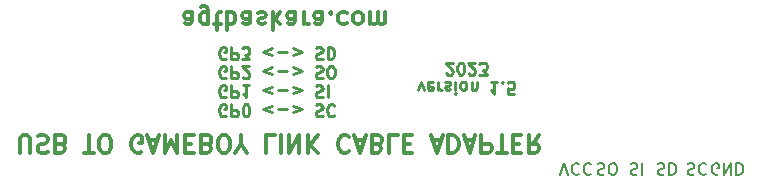
<source format=gbo>
G04 #@! TF.GenerationSoftware,KiCad,Pcbnew,7.0.5*
G04 #@! TF.CreationDate,2023-06-08T21:36:19+09:00*
G04 #@! TF.ProjectId,game-boy-pico-link-board,67616d65-2d62-46f7-992d-7069636f2d6c,rev?*
G04 #@! TF.SameCoordinates,Original*
G04 #@! TF.FileFunction,Legend,Bot*
G04 #@! TF.FilePolarity,Positive*
%FSLAX46Y46*%
G04 Gerber Fmt 4.6, Leading zero omitted, Abs format (unit mm)*
G04 Created by KiCad (PCBNEW 7.0.5) date 2023-06-08 21:36:19*
%MOMM*%
%LPD*%
G01*
G04 APERTURE LIST*
%ADD10C,0.300000*%
%ADD11C,0.150000*%
%ADD12C,0.250000*%
%ADD13R,1.700000X1.700000*%
%ADD14C,1.700000*%
%ADD15O,1.700000X1.700000*%
%ADD16O,1.800000X1.800000*%
%ADD17O,1.500000X1.500000*%
%ADD18R,8.000000X2.000000*%
%ADD19R,5.000000X1.000000*%
G04 APERTURE END LIST*
D10*
X79904510Y-101767171D02*
X79904510Y-100552885D01*
X79904510Y-100552885D02*
X79975939Y-100410028D01*
X79975939Y-100410028D02*
X80047368Y-100338600D01*
X80047368Y-100338600D02*
X80190225Y-100267171D01*
X80190225Y-100267171D02*
X80475939Y-100267171D01*
X80475939Y-100267171D02*
X80618796Y-100338600D01*
X80618796Y-100338600D02*
X80690225Y-100410028D01*
X80690225Y-100410028D02*
X80761653Y-100552885D01*
X80761653Y-100552885D02*
X80761653Y-101767171D01*
X81404511Y-100338600D02*
X81618797Y-100267171D01*
X81618797Y-100267171D02*
X81975939Y-100267171D01*
X81975939Y-100267171D02*
X82118797Y-100338600D01*
X82118797Y-100338600D02*
X82190225Y-100410028D01*
X82190225Y-100410028D02*
X82261654Y-100552885D01*
X82261654Y-100552885D02*
X82261654Y-100695742D01*
X82261654Y-100695742D02*
X82190225Y-100838600D01*
X82190225Y-100838600D02*
X82118797Y-100910028D01*
X82118797Y-100910028D02*
X81975939Y-100981457D01*
X81975939Y-100981457D02*
X81690225Y-101052885D01*
X81690225Y-101052885D02*
X81547368Y-101124314D01*
X81547368Y-101124314D02*
X81475939Y-101195742D01*
X81475939Y-101195742D02*
X81404511Y-101338600D01*
X81404511Y-101338600D02*
X81404511Y-101481457D01*
X81404511Y-101481457D02*
X81475939Y-101624314D01*
X81475939Y-101624314D02*
X81547368Y-101695742D01*
X81547368Y-101695742D02*
X81690225Y-101767171D01*
X81690225Y-101767171D02*
X82047368Y-101767171D01*
X82047368Y-101767171D02*
X82261654Y-101695742D01*
X83404510Y-101052885D02*
X83618796Y-100981457D01*
X83618796Y-100981457D02*
X83690225Y-100910028D01*
X83690225Y-100910028D02*
X83761653Y-100767171D01*
X83761653Y-100767171D02*
X83761653Y-100552885D01*
X83761653Y-100552885D02*
X83690225Y-100410028D01*
X83690225Y-100410028D02*
X83618796Y-100338600D01*
X83618796Y-100338600D02*
X83475939Y-100267171D01*
X83475939Y-100267171D02*
X82904510Y-100267171D01*
X82904510Y-100267171D02*
X82904510Y-101767171D01*
X82904510Y-101767171D02*
X83404510Y-101767171D01*
X83404510Y-101767171D02*
X83547368Y-101695742D01*
X83547368Y-101695742D02*
X83618796Y-101624314D01*
X83618796Y-101624314D02*
X83690225Y-101481457D01*
X83690225Y-101481457D02*
X83690225Y-101338600D01*
X83690225Y-101338600D02*
X83618796Y-101195742D01*
X83618796Y-101195742D02*
X83547368Y-101124314D01*
X83547368Y-101124314D02*
X83404510Y-101052885D01*
X83404510Y-101052885D02*
X82904510Y-101052885D01*
X85333082Y-101767171D02*
X86190225Y-101767171D01*
X85761653Y-100267171D02*
X85761653Y-101767171D01*
X86975939Y-101767171D02*
X87261653Y-101767171D01*
X87261653Y-101767171D02*
X87404510Y-101695742D01*
X87404510Y-101695742D02*
X87547367Y-101552885D01*
X87547367Y-101552885D02*
X87618796Y-101267171D01*
X87618796Y-101267171D02*
X87618796Y-100767171D01*
X87618796Y-100767171D02*
X87547367Y-100481457D01*
X87547367Y-100481457D02*
X87404510Y-100338600D01*
X87404510Y-100338600D02*
X87261653Y-100267171D01*
X87261653Y-100267171D02*
X86975939Y-100267171D01*
X86975939Y-100267171D02*
X86833082Y-100338600D01*
X86833082Y-100338600D02*
X86690224Y-100481457D01*
X86690224Y-100481457D02*
X86618796Y-100767171D01*
X86618796Y-100767171D02*
X86618796Y-101267171D01*
X86618796Y-101267171D02*
X86690224Y-101552885D01*
X86690224Y-101552885D02*
X86833082Y-101695742D01*
X86833082Y-101695742D02*
X86975939Y-101767171D01*
X90190225Y-101695742D02*
X90047368Y-101767171D01*
X90047368Y-101767171D02*
X89833082Y-101767171D01*
X89833082Y-101767171D02*
X89618796Y-101695742D01*
X89618796Y-101695742D02*
X89475939Y-101552885D01*
X89475939Y-101552885D02*
X89404510Y-101410028D01*
X89404510Y-101410028D02*
X89333082Y-101124314D01*
X89333082Y-101124314D02*
X89333082Y-100910028D01*
X89333082Y-100910028D02*
X89404510Y-100624314D01*
X89404510Y-100624314D02*
X89475939Y-100481457D01*
X89475939Y-100481457D02*
X89618796Y-100338600D01*
X89618796Y-100338600D02*
X89833082Y-100267171D01*
X89833082Y-100267171D02*
X89975939Y-100267171D01*
X89975939Y-100267171D02*
X90190225Y-100338600D01*
X90190225Y-100338600D02*
X90261653Y-100410028D01*
X90261653Y-100410028D02*
X90261653Y-100910028D01*
X90261653Y-100910028D02*
X89975939Y-100910028D01*
X90833082Y-100695742D02*
X91547368Y-100695742D01*
X90690225Y-100267171D02*
X91190225Y-101767171D01*
X91190225Y-101767171D02*
X91690225Y-100267171D01*
X92190224Y-100267171D02*
X92190224Y-101767171D01*
X92190224Y-101767171D02*
X92690224Y-100695742D01*
X92690224Y-100695742D02*
X93190224Y-101767171D01*
X93190224Y-101767171D02*
X93190224Y-100267171D01*
X93904510Y-101052885D02*
X94404510Y-101052885D01*
X94618796Y-100267171D02*
X93904510Y-100267171D01*
X93904510Y-100267171D02*
X93904510Y-101767171D01*
X93904510Y-101767171D02*
X94618796Y-101767171D01*
X95761653Y-101052885D02*
X95975939Y-100981457D01*
X95975939Y-100981457D02*
X96047368Y-100910028D01*
X96047368Y-100910028D02*
X96118796Y-100767171D01*
X96118796Y-100767171D02*
X96118796Y-100552885D01*
X96118796Y-100552885D02*
X96047368Y-100410028D01*
X96047368Y-100410028D02*
X95975939Y-100338600D01*
X95975939Y-100338600D02*
X95833082Y-100267171D01*
X95833082Y-100267171D02*
X95261653Y-100267171D01*
X95261653Y-100267171D02*
X95261653Y-101767171D01*
X95261653Y-101767171D02*
X95761653Y-101767171D01*
X95761653Y-101767171D02*
X95904511Y-101695742D01*
X95904511Y-101695742D02*
X95975939Y-101624314D01*
X95975939Y-101624314D02*
X96047368Y-101481457D01*
X96047368Y-101481457D02*
X96047368Y-101338600D01*
X96047368Y-101338600D02*
X95975939Y-101195742D01*
X95975939Y-101195742D02*
X95904511Y-101124314D01*
X95904511Y-101124314D02*
X95761653Y-101052885D01*
X95761653Y-101052885D02*
X95261653Y-101052885D01*
X97047368Y-101767171D02*
X97333082Y-101767171D01*
X97333082Y-101767171D02*
X97475939Y-101695742D01*
X97475939Y-101695742D02*
X97618796Y-101552885D01*
X97618796Y-101552885D02*
X97690225Y-101267171D01*
X97690225Y-101267171D02*
X97690225Y-100767171D01*
X97690225Y-100767171D02*
X97618796Y-100481457D01*
X97618796Y-100481457D02*
X97475939Y-100338600D01*
X97475939Y-100338600D02*
X97333082Y-100267171D01*
X97333082Y-100267171D02*
X97047368Y-100267171D01*
X97047368Y-100267171D02*
X96904511Y-100338600D01*
X96904511Y-100338600D02*
X96761653Y-100481457D01*
X96761653Y-100481457D02*
X96690225Y-100767171D01*
X96690225Y-100767171D02*
X96690225Y-101267171D01*
X96690225Y-101267171D02*
X96761653Y-101552885D01*
X96761653Y-101552885D02*
X96904511Y-101695742D01*
X96904511Y-101695742D02*
X97047368Y-101767171D01*
X98618797Y-100981457D02*
X98618797Y-100267171D01*
X98118797Y-101767171D02*
X98618797Y-100981457D01*
X98618797Y-100981457D02*
X99118797Y-101767171D01*
X101475939Y-100267171D02*
X100761653Y-100267171D01*
X100761653Y-100267171D02*
X100761653Y-101767171D01*
X101975939Y-100267171D02*
X101975939Y-101767171D01*
X102690225Y-100267171D02*
X102690225Y-101767171D01*
X102690225Y-101767171D02*
X103547368Y-100267171D01*
X103547368Y-100267171D02*
X103547368Y-101767171D01*
X104261654Y-100267171D02*
X104261654Y-101767171D01*
X105118797Y-100267171D02*
X104475940Y-101124314D01*
X105118797Y-101767171D02*
X104261654Y-100910028D01*
X107761654Y-100410028D02*
X107690226Y-100338600D01*
X107690226Y-100338600D02*
X107475940Y-100267171D01*
X107475940Y-100267171D02*
X107333083Y-100267171D01*
X107333083Y-100267171D02*
X107118797Y-100338600D01*
X107118797Y-100338600D02*
X106975940Y-100481457D01*
X106975940Y-100481457D02*
X106904511Y-100624314D01*
X106904511Y-100624314D02*
X106833083Y-100910028D01*
X106833083Y-100910028D02*
X106833083Y-101124314D01*
X106833083Y-101124314D02*
X106904511Y-101410028D01*
X106904511Y-101410028D02*
X106975940Y-101552885D01*
X106975940Y-101552885D02*
X107118797Y-101695742D01*
X107118797Y-101695742D02*
X107333083Y-101767171D01*
X107333083Y-101767171D02*
X107475940Y-101767171D01*
X107475940Y-101767171D02*
X107690226Y-101695742D01*
X107690226Y-101695742D02*
X107761654Y-101624314D01*
X108333083Y-100695742D02*
X109047369Y-100695742D01*
X108190226Y-100267171D02*
X108690226Y-101767171D01*
X108690226Y-101767171D02*
X109190226Y-100267171D01*
X110190225Y-101052885D02*
X110404511Y-100981457D01*
X110404511Y-100981457D02*
X110475940Y-100910028D01*
X110475940Y-100910028D02*
X110547368Y-100767171D01*
X110547368Y-100767171D02*
X110547368Y-100552885D01*
X110547368Y-100552885D02*
X110475940Y-100410028D01*
X110475940Y-100410028D02*
X110404511Y-100338600D01*
X110404511Y-100338600D02*
X110261654Y-100267171D01*
X110261654Y-100267171D02*
X109690225Y-100267171D01*
X109690225Y-100267171D02*
X109690225Y-101767171D01*
X109690225Y-101767171D02*
X110190225Y-101767171D01*
X110190225Y-101767171D02*
X110333083Y-101695742D01*
X110333083Y-101695742D02*
X110404511Y-101624314D01*
X110404511Y-101624314D02*
X110475940Y-101481457D01*
X110475940Y-101481457D02*
X110475940Y-101338600D01*
X110475940Y-101338600D02*
X110404511Y-101195742D01*
X110404511Y-101195742D02*
X110333083Y-101124314D01*
X110333083Y-101124314D02*
X110190225Y-101052885D01*
X110190225Y-101052885D02*
X109690225Y-101052885D01*
X111904511Y-100267171D02*
X111190225Y-100267171D01*
X111190225Y-100267171D02*
X111190225Y-101767171D01*
X112404511Y-101052885D02*
X112904511Y-101052885D01*
X113118797Y-100267171D02*
X112404511Y-100267171D01*
X112404511Y-100267171D02*
X112404511Y-101767171D01*
X112404511Y-101767171D02*
X113118797Y-101767171D01*
X114833083Y-100695742D02*
X115547369Y-100695742D01*
X114690226Y-100267171D02*
X115190226Y-101767171D01*
X115190226Y-101767171D02*
X115690226Y-100267171D01*
X116190225Y-100267171D02*
X116190225Y-101767171D01*
X116190225Y-101767171D02*
X116547368Y-101767171D01*
X116547368Y-101767171D02*
X116761654Y-101695742D01*
X116761654Y-101695742D02*
X116904511Y-101552885D01*
X116904511Y-101552885D02*
X116975940Y-101410028D01*
X116975940Y-101410028D02*
X117047368Y-101124314D01*
X117047368Y-101124314D02*
X117047368Y-100910028D01*
X117047368Y-100910028D02*
X116975940Y-100624314D01*
X116975940Y-100624314D02*
X116904511Y-100481457D01*
X116904511Y-100481457D02*
X116761654Y-100338600D01*
X116761654Y-100338600D02*
X116547368Y-100267171D01*
X116547368Y-100267171D02*
X116190225Y-100267171D01*
X117618797Y-100695742D02*
X118333083Y-100695742D01*
X117475940Y-100267171D02*
X117975940Y-101767171D01*
X117975940Y-101767171D02*
X118475940Y-100267171D01*
X118975939Y-100267171D02*
X118975939Y-101767171D01*
X118975939Y-101767171D02*
X119547368Y-101767171D01*
X119547368Y-101767171D02*
X119690225Y-101695742D01*
X119690225Y-101695742D02*
X119761654Y-101624314D01*
X119761654Y-101624314D02*
X119833082Y-101481457D01*
X119833082Y-101481457D02*
X119833082Y-101267171D01*
X119833082Y-101267171D02*
X119761654Y-101124314D01*
X119761654Y-101124314D02*
X119690225Y-101052885D01*
X119690225Y-101052885D02*
X119547368Y-100981457D01*
X119547368Y-100981457D02*
X118975939Y-100981457D01*
X120261654Y-101767171D02*
X121118797Y-101767171D01*
X120690225Y-100267171D02*
X120690225Y-101767171D01*
X121618796Y-101052885D02*
X122118796Y-101052885D01*
X122333082Y-100267171D02*
X121618796Y-100267171D01*
X121618796Y-100267171D02*
X121618796Y-101767171D01*
X121618796Y-101767171D02*
X122333082Y-101767171D01*
X123833082Y-100267171D02*
X123333082Y-100981457D01*
X122975939Y-100267171D02*
X122975939Y-101767171D01*
X122975939Y-101767171D02*
X123547368Y-101767171D01*
X123547368Y-101767171D02*
X123690225Y-101695742D01*
X123690225Y-101695742D02*
X123761654Y-101624314D01*
X123761654Y-101624314D02*
X123833082Y-101481457D01*
X123833082Y-101481457D02*
X123833082Y-101267171D01*
X123833082Y-101267171D02*
X123761654Y-101124314D01*
X123761654Y-101124314D02*
X123690225Y-101052885D01*
X123690225Y-101052885D02*
X123547368Y-100981457D01*
X123547368Y-100981457D02*
X122975939Y-100981457D01*
D11*
X125669922Y-103630180D02*
X126003255Y-102630180D01*
X126003255Y-102630180D02*
X126336588Y-103630180D01*
X127241350Y-102725419D02*
X127193731Y-102677800D01*
X127193731Y-102677800D02*
X127050874Y-102630180D01*
X127050874Y-102630180D02*
X126955636Y-102630180D01*
X126955636Y-102630180D02*
X126812779Y-102677800D01*
X126812779Y-102677800D02*
X126717541Y-102773038D01*
X126717541Y-102773038D02*
X126669922Y-102868276D01*
X126669922Y-102868276D02*
X126622303Y-103058752D01*
X126622303Y-103058752D02*
X126622303Y-103201609D01*
X126622303Y-103201609D02*
X126669922Y-103392085D01*
X126669922Y-103392085D02*
X126717541Y-103487323D01*
X126717541Y-103487323D02*
X126812779Y-103582561D01*
X126812779Y-103582561D02*
X126955636Y-103630180D01*
X126955636Y-103630180D02*
X127050874Y-103630180D01*
X127050874Y-103630180D02*
X127193731Y-103582561D01*
X127193731Y-103582561D02*
X127241350Y-103534942D01*
X128241350Y-102725419D02*
X128193731Y-102677800D01*
X128193731Y-102677800D02*
X128050874Y-102630180D01*
X128050874Y-102630180D02*
X127955636Y-102630180D01*
X127955636Y-102630180D02*
X127812779Y-102677800D01*
X127812779Y-102677800D02*
X127717541Y-102773038D01*
X127717541Y-102773038D02*
X127669922Y-102868276D01*
X127669922Y-102868276D02*
X127622303Y-103058752D01*
X127622303Y-103058752D02*
X127622303Y-103201609D01*
X127622303Y-103201609D02*
X127669922Y-103392085D01*
X127669922Y-103392085D02*
X127717541Y-103487323D01*
X127717541Y-103487323D02*
X127812779Y-103582561D01*
X127812779Y-103582561D02*
X127955636Y-103630180D01*
X127955636Y-103630180D02*
X128050874Y-103630180D01*
X128050874Y-103630180D02*
X128193731Y-103582561D01*
X128193731Y-103582561D02*
X128241350Y-103534942D01*
X131607160Y-102677800D02*
X131750017Y-102630180D01*
X131750017Y-102630180D02*
X131988112Y-102630180D01*
X131988112Y-102630180D02*
X132083350Y-102677800D01*
X132083350Y-102677800D02*
X132130969Y-102725419D01*
X132130969Y-102725419D02*
X132178588Y-102820657D01*
X132178588Y-102820657D02*
X132178588Y-102915895D01*
X132178588Y-102915895D02*
X132130969Y-103011133D01*
X132130969Y-103011133D02*
X132083350Y-103058752D01*
X132083350Y-103058752D02*
X131988112Y-103106371D01*
X131988112Y-103106371D02*
X131797636Y-103153990D01*
X131797636Y-103153990D02*
X131702398Y-103201609D01*
X131702398Y-103201609D02*
X131654779Y-103249228D01*
X131654779Y-103249228D02*
X131607160Y-103344466D01*
X131607160Y-103344466D02*
X131607160Y-103439704D01*
X131607160Y-103439704D02*
X131654779Y-103534942D01*
X131654779Y-103534942D02*
X131702398Y-103582561D01*
X131702398Y-103582561D02*
X131797636Y-103630180D01*
X131797636Y-103630180D02*
X132035731Y-103630180D01*
X132035731Y-103630180D02*
X132178588Y-103582561D01*
X132607160Y-102630180D02*
X132607160Y-103630180D01*
D12*
X113614762Y-96422047D02*
X113852857Y-95755380D01*
X113852857Y-95755380D02*
X114090952Y-96422047D01*
X114852857Y-95803000D02*
X114757619Y-95755380D01*
X114757619Y-95755380D02*
X114567143Y-95755380D01*
X114567143Y-95755380D02*
X114471905Y-95803000D01*
X114471905Y-95803000D02*
X114424286Y-95898238D01*
X114424286Y-95898238D02*
X114424286Y-96279190D01*
X114424286Y-96279190D02*
X114471905Y-96374428D01*
X114471905Y-96374428D02*
X114567143Y-96422047D01*
X114567143Y-96422047D02*
X114757619Y-96422047D01*
X114757619Y-96422047D02*
X114852857Y-96374428D01*
X114852857Y-96374428D02*
X114900476Y-96279190D01*
X114900476Y-96279190D02*
X114900476Y-96183952D01*
X114900476Y-96183952D02*
X114424286Y-96088714D01*
X115329048Y-95755380D02*
X115329048Y-96422047D01*
X115329048Y-96231571D02*
X115376667Y-96326809D01*
X115376667Y-96326809D02*
X115424286Y-96374428D01*
X115424286Y-96374428D02*
X115519524Y-96422047D01*
X115519524Y-96422047D02*
X115614762Y-96422047D01*
X115900477Y-95803000D02*
X115995715Y-95755380D01*
X115995715Y-95755380D02*
X116186191Y-95755380D01*
X116186191Y-95755380D02*
X116281429Y-95803000D01*
X116281429Y-95803000D02*
X116329048Y-95898238D01*
X116329048Y-95898238D02*
X116329048Y-95945857D01*
X116329048Y-95945857D02*
X116281429Y-96041095D01*
X116281429Y-96041095D02*
X116186191Y-96088714D01*
X116186191Y-96088714D02*
X116043334Y-96088714D01*
X116043334Y-96088714D02*
X115948096Y-96136333D01*
X115948096Y-96136333D02*
X115900477Y-96231571D01*
X115900477Y-96231571D02*
X115900477Y-96279190D01*
X115900477Y-96279190D02*
X115948096Y-96374428D01*
X115948096Y-96374428D02*
X116043334Y-96422047D01*
X116043334Y-96422047D02*
X116186191Y-96422047D01*
X116186191Y-96422047D02*
X116281429Y-96374428D01*
X116757620Y-95755380D02*
X116757620Y-96422047D01*
X116757620Y-96755380D02*
X116710001Y-96707761D01*
X116710001Y-96707761D02*
X116757620Y-96660142D01*
X116757620Y-96660142D02*
X116805239Y-96707761D01*
X116805239Y-96707761D02*
X116757620Y-96755380D01*
X116757620Y-96755380D02*
X116757620Y-96660142D01*
X117376667Y-95755380D02*
X117281429Y-95803000D01*
X117281429Y-95803000D02*
X117233810Y-95850619D01*
X117233810Y-95850619D02*
X117186191Y-95945857D01*
X117186191Y-95945857D02*
X117186191Y-96231571D01*
X117186191Y-96231571D02*
X117233810Y-96326809D01*
X117233810Y-96326809D02*
X117281429Y-96374428D01*
X117281429Y-96374428D02*
X117376667Y-96422047D01*
X117376667Y-96422047D02*
X117519524Y-96422047D01*
X117519524Y-96422047D02*
X117614762Y-96374428D01*
X117614762Y-96374428D02*
X117662381Y-96326809D01*
X117662381Y-96326809D02*
X117710000Y-96231571D01*
X117710000Y-96231571D02*
X117710000Y-95945857D01*
X117710000Y-95945857D02*
X117662381Y-95850619D01*
X117662381Y-95850619D02*
X117614762Y-95803000D01*
X117614762Y-95803000D02*
X117519524Y-95755380D01*
X117519524Y-95755380D02*
X117376667Y-95755380D01*
X118138572Y-96422047D02*
X118138572Y-95755380D01*
X118138572Y-96326809D02*
X118186191Y-96374428D01*
X118186191Y-96374428D02*
X118281429Y-96422047D01*
X118281429Y-96422047D02*
X118424286Y-96422047D01*
X118424286Y-96422047D02*
X118519524Y-96374428D01*
X118519524Y-96374428D02*
X118567143Y-96279190D01*
X118567143Y-96279190D02*
X118567143Y-95755380D01*
X120329048Y-95755380D02*
X119757620Y-95755380D01*
X120043334Y-95755380D02*
X120043334Y-96755380D01*
X120043334Y-96755380D02*
X119948096Y-96612523D01*
X119948096Y-96612523D02*
X119852858Y-96517285D01*
X119852858Y-96517285D02*
X119757620Y-96469666D01*
X120757620Y-95850619D02*
X120805239Y-95803000D01*
X120805239Y-95803000D02*
X120757620Y-95755380D01*
X120757620Y-95755380D02*
X120710001Y-95803000D01*
X120710001Y-95803000D02*
X120757620Y-95850619D01*
X120757620Y-95850619D02*
X120757620Y-95755380D01*
X121710000Y-96755380D02*
X121233810Y-96755380D01*
X121233810Y-96755380D02*
X121186191Y-96279190D01*
X121186191Y-96279190D02*
X121233810Y-96326809D01*
X121233810Y-96326809D02*
X121329048Y-96374428D01*
X121329048Y-96374428D02*
X121567143Y-96374428D01*
X121567143Y-96374428D02*
X121662381Y-96326809D01*
X121662381Y-96326809D02*
X121710000Y-96279190D01*
X121710000Y-96279190D02*
X121757619Y-96183952D01*
X121757619Y-96183952D02*
X121757619Y-95945857D01*
X121757619Y-95945857D02*
X121710000Y-95850619D01*
X121710000Y-95850619D02*
X121662381Y-95803000D01*
X121662381Y-95803000D02*
X121567143Y-95755380D01*
X121567143Y-95755380D02*
X121329048Y-95755380D01*
X121329048Y-95755380D02*
X121233810Y-95803000D01*
X121233810Y-95803000D02*
X121186191Y-95850619D01*
X115995714Y-95050142D02*
X116043333Y-95097761D01*
X116043333Y-95097761D02*
X116138571Y-95145380D01*
X116138571Y-95145380D02*
X116376666Y-95145380D01*
X116376666Y-95145380D02*
X116471904Y-95097761D01*
X116471904Y-95097761D02*
X116519523Y-95050142D01*
X116519523Y-95050142D02*
X116567142Y-94954904D01*
X116567142Y-94954904D02*
X116567142Y-94859666D01*
X116567142Y-94859666D02*
X116519523Y-94716809D01*
X116519523Y-94716809D02*
X115948095Y-94145380D01*
X115948095Y-94145380D02*
X116567142Y-94145380D01*
X117186190Y-95145380D02*
X117281428Y-95145380D01*
X117281428Y-95145380D02*
X117376666Y-95097761D01*
X117376666Y-95097761D02*
X117424285Y-95050142D01*
X117424285Y-95050142D02*
X117471904Y-94954904D01*
X117471904Y-94954904D02*
X117519523Y-94764428D01*
X117519523Y-94764428D02*
X117519523Y-94526333D01*
X117519523Y-94526333D02*
X117471904Y-94335857D01*
X117471904Y-94335857D02*
X117424285Y-94240619D01*
X117424285Y-94240619D02*
X117376666Y-94193000D01*
X117376666Y-94193000D02*
X117281428Y-94145380D01*
X117281428Y-94145380D02*
X117186190Y-94145380D01*
X117186190Y-94145380D02*
X117090952Y-94193000D01*
X117090952Y-94193000D02*
X117043333Y-94240619D01*
X117043333Y-94240619D02*
X116995714Y-94335857D01*
X116995714Y-94335857D02*
X116948095Y-94526333D01*
X116948095Y-94526333D02*
X116948095Y-94764428D01*
X116948095Y-94764428D02*
X116995714Y-94954904D01*
X116995714Y-94954904D02*
X117043333Y-95050142D01*
X117043333Y-95050142D02*
X117090952Y-95097761D01*
X117090952Y-95097761D02*
X117186190Y-95145380D01*
X117900476Y-95050142D02*
X117948095Y-95097761D01*
X117948095Y-95097761D02*
X118043333Y-95145380D01*
X118043333Y-95145380D02*
X118281428Y-95145380D01*
X118281428Y-95145380D02*
X118376666Y-95097761D01*
X118376666Y-95097761D02*
X118424285Y-95050142D01*
X118424285Y-95050142D02*
X118471904Y-94954904D01*
X118471904Y-94954904D02*
X118471904Y-94859666D01*
X118471904Y-94859666D02*
X118424285Y-94716809D01*
X118424285Y-94716809D02*
X117852857Y-94145380D01*
X117852857Y-94145380D02*
X118471904Y-94145380D01*
X118805238Y-95145380D02*
X119424285Y-95145380D01*
X119424285Y-95145380D02*
X119090952Y-94764428D01*
X119090952Y-94764428D02*
X119233809Y-94764428D01*
X119233809Y-94764428D02*
X119329047Y-94716809D01*
X119329047Y-94716809D02*
X119376666Y-94669190D01*
X119376666Y-94669190D02*
X119424285Y-94573952D01*
X119424285Y-94573952D02*
X119424285Y-94335857D01*
X119424285Y-94335857D02*
X119376666Y-94240619D01*
X119376666Y-94240619D02*
X119329047Y-94193000D01*
X119329047Y-94193000D02*
X119233809Y-94145380D01*
X119233809Y-94145380D02*
X118948095Y-94145380D01*
X118948095Y-94145380D02*
X118852857Y-94193000D01*
X118852857Y-94193000D02*
X118805238Y-94240619D01*
D11*
X128813160Y-102677800D02*
X128956017Y-102630180D01*
X128956017Y-102630180D02*
X129194112Y-102630180D01*
X129194112Y-102630180D02*
X129289350Y-102677800D01*
X129289350Y-102677800D02*
X129336969Y-102725419D01*
X129336969Y-102725419D02*
X129384588Y-102820657D01*
X129384588Y-102820657D02*
X129384588Y-102915895D01*
X129384588Y-102915895D02*
X129336969Y-103011133D01*
X129336969Y-103011133D02*
X129289350Y-103058752D01*
X129289350Y-103058752D02*
X129194112Y-103106371D01*
X129194112Y-103106371D02*
X129003636Y-103153990D01*
X129003636Y-103153990D02*
X128908398Y-103201609D01*
X128908398Y-103201609D02*
X128860779Y-103249228D01*
X128860779Y-103249228D02*
X128813160Y-103344466D01*
X128813160Y-103344466D02*
X128813160Y-103439704D01*
X128813160Y-103439704D02*
X128860779Y-103534942D01*
X128860779Y-103534942D02*
X128908398Y-103582561D01*
X128908398Y-103582561D02*
X129003636Y-103630180D01*
X129003636Y-103630180D02*
X129241731Y-103630180D01*
X129241731Y-103630180D02*
X129384588Y-103582561D01*
X130003636Y-103630180D02*
X130194112Y-103630180D01*
X130194112Y-103630180D02*
X130289350Y-103582561D01*
X130289350Y-103582561D02*
X130384588Y-103487323D01*
X130384588Y-103487323D02*
X130432207Y-103296847D01*
X130432207Y-103296847D02*
X130432207Y-102963514D01*
X130432207Y-102963514D02*
X130384588Y-102773038D01*
X130384588Y-102773038D02*
X130289350Y-102677800D01*
X130289350Y-102677800D02*
X130194112Y-102630180D01*
X130194112Y-102630180D02*
X130003636Y-102630180D01*
X130003636Y-102630180D02*
X129908398Y-102677800D01*
X129908398Y-102677800D02*
X129813160Y-102773038D01*
X129813160Y-102773038D02*
X129765541Y-102963514D01*
X129765541Y-102963514D02*
X129765541Y-103296847D01*
X129765541Y-103296847D02*
X129813160Y-103487323D01*
X129813160Y-103487323D02*
X129908398Y-103582561D01*
X129908398Y-103582561D02*
X130003636Y-103630180D01*
D12*
X97336377Y-98619761D02*
X97241139Y-98667380D01*
X97241139Y-98667380D02*
X97098282Y-98667380D01*
X97098282Y-98667380D02*
X96955425Y-98619761D01*
X96955425Y-98619761D02*
X96860187Y-98524523D01*
X96860187Y-98524523D02*
X96812568Y-98429285D01*
X96812568Y-98429285D02*
X96764949Y-98238809D01*
X96764949Y-98238809D02*
X96764949Y-98095952D01*
X96764949Y-98095952D02*
X96812568Y-97905476D01*
X96812568Y-97905476D02*
X96860187Y-97810238D01*
X96860187Y-97810238D02*
X96955425Y-97715000D01*
X96955425Y-97715000D02*
X97098282Y-97667380D01*
X97098282Y-97667380D02*
X97193520Y-97667380D01*
X97193520Y-97667380D02*
X97336377Y-97715000D01*
X97336377Y-97715000D02*
X97383996Y-97762619D01*
X97383996Y-97762619D02*
X97383996Y-98095952D01*
X97383996Y-98095952D02*
X97193520Y-98095952D01*
X97812568Y-97667380D02*
X97812568Y-98667380D01*
X97812568Y-98667380D02*
X98193520Y-98667380D01*
X98193520Y-98667380D02*
X98288758Y-98619761D01*
X98288758Y-98619761D02*
X98336377Y-98572142D01*
X98336377Y-98572142D02*
X98383996Y-98476904D01*
X98383996Y-98476904D02*
X98383996Y-98334047D01*
X98383996Y-98334047D02*
X98336377Y-98238809D01*
X98336377Y-98238809D02*
X98288758Y-98191190D01*
X98288758Y-98191190D02*
X98193520Y-98143571D01*
X98193520Y-98143571D02*
X97812568Y-98143571D01*
X99003044Y-98667380D02*
X99098282Y-98667380D01*
X99098282Y-98667380D02*
X99193520Y-98619761D01*
X99193520Y-98619761D02*
X99241139Y-98572142D01*
X99241139Y-98572142D02*
X99288758Y-98476904D01*
X99288758Y-98476904D02*
X99336377Y-98286428D01*
X99336377Y-98286428D02*
X99336377Y-98048333D01*
X99336377Y-98048333D02*
X99288758Y-97857857D01*
X99288758Y-97857857D02*
X99241139Y-97762619D01*
X99241139Y-97762619D02*
X99193520Y-97715000D01*
X99193520Y-97715000D02*
X99098282Y-97667380D01*
X99098282Y-97667380D02*
X99003044Y-97667380D01*
X99003044Y-97667380D02*
X98907806Y-97715000D01*
X98907806Y-97715000D02*
X98860187Y-97762619D01*
X98860187Y-97762619D02*
X98812568Y-97857857D01*
X98812568Y-97857857D02*
X98764949Y-98048333D01*
X98764949Y-98048333D02*
X98764949Y-98286428D01*
X98764949Y-98286428D02*
X98812568Y-98476904D01*
X98812568Y-98476904D02*
X98860187Y-98572142D01*
X98860187Y-98572142D02*
X98907806Y-98619761D01*
X98907806Y-98619761D02*
X99003044Y-98667380D01*
X101288759Y-98334047D02*
X100526854Y-98048333D01*
X100526854Y-98048333D02*
X101288759Y-97762619D01*
X101764949Y-98048333D02*
X102526854Y-98048333D01*
X103003044Y-98334047D02*
X103764949Y-98048333D01*
X103764949Y-98048333D02*
X103003044Y-97762619D01*
X104955425Y-97715000D02*
X105098282Y-97667380D01*
X105098282Y-97667380D02*
X105336377Y-97667380D01*
X105336377Y-97667380D02*
X105431615Y-97715000D01*
X105431615Y-97715000D02*
X105479234Y-97762619D01*
X105479234Y-97762619D02*
X105526853Y-97857857D01*
X105526853Y-97857857D02*
X105526853Y-97953095D01*
X105526853Y-97953095D02*
X105479234Y-98048333D01*
X105479234Y-98048333D02*
X105431615Y-98095952D01*
X105431615Y-98095952D02*
X105336377Y-98143571D01*
X105336377Y-98143571D02*
X105145901Y-98191190D01*
X105145901Y-98191190D02*
X105050663Y-98238809D01*
X105050663Y-98238809D02*
X105003044Y-98286428D01*
X105003044Y-98286428D02*
X104955425Y-98381666D01*
X104955425Y-98381666D02*
X104955425Y-98476904D01*
X104955425Y-98476904D02*
X105003044Y-98572142D01*
X105003044Y-98572142D02*
X105050663Y-98619761D01*
X105050663Y-98619761D02*
X105145901Y-98667380D01*
X105145901Y-98667380D02*
X105383996Y-98667380D01*
X105383996Y-98667380D02*
X105526853Y-98619761D01*
X106526853Y-97762619D02*
X106479234Y-97715000D01*
X106479234Y-97715000D02*
X106336377Y-97667380D01*
X106336377Y-97667380D02*
X106241139Y-97667380D01*
X106241139Y-97667380D02*
X106098282Y-97715000D01*
X106098282Y-97715000D02*
X106003044Y-97810238D01*
X106003044Y-97810238D02*
X105955425Y-97905476D01*
X105955425Y-97905476D02*
X105907806Y-98095952D01*
X105907806Y-98095952D02*
X105907806Y-98238809D01*
X105907806Y-98238809D02*
X105955425Y-98429285D01*
X105955425Y-98429285D02*
X106003044Y-98524523D01*
X106003044Y-98524523D02*
X106098282Y-98619761D01*
X106098282Y-98619761D02*
X106241139Y-98667380D01*
X106241139Y-98667380D02*
X106336377Y-98667380D01*
X106336377Y-98667380D02*
X106479234Y-98619761D01*
X106479234Y-98619761D02*
X106526853Y-98572142D01*
X97336377Y-97009761D02*
X97241139Y-97057380D01*
X97241139Y-97057380D02*
X97098282Y-97057380D01*
X97098282Y-97057380D02*
X96955425Y-97009761D01*
X96955425Y-97009761D02*
X96860187Y-96914523D01*
X96860187Y-96914523D02*
X96812568Y-96819285D01*
X96812568Y-96819285D02*
X96764949Y-96628809D01*
X96764949Y-96628809D02*
X96764949Y-96485952D01*
X96764949Y-96485952D02*
X96812568Y-96295476D01*
X96812568Y-96295476D02*
X96860187Y-96200238D01*
X96860187Y-96200238D02*
X96955425Y-96105000D01*
X96955425Y-96105000D02*
X97098282Y-96057380D01*
X97098282Y-96057380D02*
X97193520Y-96057380D01*
X97193520Y-96057380D02*
X97336377Y-96105000D01*
X97336377Y-96105000D02*
X97383996Y-96152619D01*
X97383996Y-96152619D02*
X97383996Y-96485952D01*
X97383996Y-96485952D02*
X97193520Y-96485952D01*
X97812568Y-96057380D02*
X97812568Y-97057380D01*
X97812568Y-97057380D02*
X98193520Y-97057380D01*
X98193520Y-97057380D02*
X98288758Y-97009761D01*
X98288758Y-97009761D02*
X98336377Y-96962142D01*
X98336377Y-96962142D02*
X98383996Y-96866904D01*
X98383996Y-96866904D02*
X98383996Y-96724047D01*
X98383996Y-96724047D02*
X98336377Y-96628809D01*
X98336377Y-96628809D02*
X98288758Y-96581190D01*
X98288758Y-96581190D02*
X98193520Y-96533571D01*
X98193520Y-96533571D02*
X97812568Y-96533571D01*
X99336377Y-96057380D02*
X98764949Y-96057380D01*
X99050663Y-96057380D02*
X99050663Y-97057380D01*
X99050663Y-97057380D02*
X98955425Y-96914523D01*
X98955425Y-96914523D02*
X98860187Y-96819285D01*
X98860187Y-96819285D02*
X98764949Y-96771666D01*
X101288759Y-96724047D02*
X100526854Y-96438333D01*
X100526854Y-96438333D02*
X101288759Y-96152619D01*
X101764949Y-96438333D02*
X102526854Y-96438333D01*
X103003044Y-96724047D02*
X103764949Y-96438333D01*
X103764949Y-96438333D02*
X103003044Y-96152619D01*
X104955425Y-96105000D02*
X105098282Y-96057380D01*
X105098282Y-96057380D02*
X105336377Y-96057380D01*
X105336377Y-96057380D02*
X105431615Y-96105000D01*
X105431615Y-96105000D02*
X105479234Y-96152619D01*
X105479234Y-96152619D02*
X105526853Y-96247857D01*
X105526853Y-96247857D02*
X105526853Y-96343095D01*
X105526853Y-96343095D02*
X105479234Y-96438333D01*
X105479234Y-96438333D02*
X105431615Y-96485952D01*
X105431615Y-96485952D02*
X105336377Y-96533571D01*
X105336377Y-96533571D02*
X105145901Y-96581190D01*
X105145901Y-96581190D02*
X105050663Y-96628809D01*
X105050663Y-96628809D02*
X105003044Y-96676428D01*
X105003044Y-96676428D02*
X104955425Y-96771666D01*
X104955425Y-96771666D02*
X104955425Y-96866904D01*
X104955425Y-96866904D02*
X105003044Y-96962142D01*
X105003044Y-96962142D02*
X105050663Y-97009761D01*
X105050663Y-97009761D02*
X105145901Y-97057380D01*
X105145901Y-97057380D02*
X105383996Y-97057380D01*
X105383996Y-97057380D02*
X105526853Y-97009761D01*
X105955425Y-96057380D02*
X105955425Y-97057380D01*
X97336377Y-95399761D02*
X97241139Y-95447380D01*
X97241139Y-95447380D02*
X97098282Y-95447380D01*
X97098282Y-95447380D02*
X96955425Y-95399761D01*
X96955425Y-95399761D02*
X96860187Y-95304523D01*
X96860187Y-95304523D02*
X96812568Y-95209285D01*
X96812568Y-95209285D02*
X96764949Y-95018809D01*
X96764949Y-95018809D02*
X96764949Y-94875952D01*
X96764949Y-94875952D02*
X96812568Y-94685476D01*
X96812568Y-94685476D02*
X96860187Y-94590238D01*
X96860187Y-94590238D02*
X96955425Y-94495000D01*
X96955425Y-94495000D02*
X97098282Y-94447380D01*
X97098282Y-94447380D02*
X97193520Y-94447380D01*
X97193520Y-94447380D02*
X97336377Y-94495000D01*
X97336377Y-94495000D02*
X97383996Y-94542619D01*
X97383996Y-94542619D02*
X97383996Y-94875952D01*
X97383996Y-94875952D02*
X97193520Y-94875952D01*
X97812568Y-94447380D02*
X97812568Y-95447380D01*
X97812568Y-95447380D02*
X98193520Y-95447380D01*
X98193520Y-95447380D02*
X98288758Y-95399761D01*
X98288758Y-95399761D02*
X98336377Y-95352142D01*
X98336377Y-95352142D02*
X98383996Y-95256904D01*
X98383996Y-95256904D02*
X98383996Y-95114047D01*
X98383996Y-95114047D02*
X98336377Y-95018809D01*
X98336377Y-95018809D02*
X98288758Y-94971190D01*
X98288758Y-94971190D02*
X98193520Y-94923571D01*
X98193520Y-94923571D02*
X97812568Y-94923571D01*
X98764949Y-95352142D02*
X98812568Y-95399761D01*
X98812568Y-95399761D02*
X98907806Y-95447380D01*
X98907806Y-95447380D02*
X99145901Y-95447380D01*
X99145901Y-95447380D02*
X99241139Y-95399761D01*
X99241139Y-95399761D02*
X99288758Y-95352142D01*
X99288758Y-95352142D02*
X99336377Y-95256904D01*
X99336377Y-95256904D02*
X99336377Y-95161666D01*
X99336377Y-95161666D02*
X99288758Y-95018809D01*
X99288758Y-95018809D02*
X98717330Y-94447380D01*
X98717330Y-94447380D02*
X99336377Y-94447380D01*
X101288759Y-95114047D02*
X100526854Y-94828333D01*
X100526854Y-94828333D02*
X101288759Y-94542619D01*
X101764949Y-94828333D02*
X102526854Y-94828333D01*
X103003044Y-95114047D02*
X103764949Y-94828333D01*
X103764949Y-94828333D02*
X103003044Y-94542619D01*
X104955425Y-94495000D02*
X105098282Y-94447380D01*
X105098282Y-94447380D02*
X105336377Y-94447380D01*
X105336377Y-94447380D02*
X105431615Y-94495000D01*
X105431615Y-94495000D02*
X105479234Y-94542619D01*
X105479234Y-94542619D02*
X105526853Y-94637857D01*
X105526853Y-94637857D02*
X105526853Y-94733095D01*
X105526853Y-94733095D02*
X105479234Y-94828333D01*
X105479234Y-94828333D02*
X105431615Y-94875952D01*
X105431615Y-94875952D02*
X105336377Y-94923571D01*
X105336377Y-94923571D02*
X105145901Y-94971190D01*
X105145901Y-94971190D02*
X105050663Y-95018809D01*
X105050663Y-95018809D02*
X105003044Y-95066428D01*
X105003044Y-95066428D02*
X104955425Y-95161666D01*
X104955425Y-95161666D02*
X104955425Y-95256904D01*
X104955425Y-95256904D02*
X105003044Y-95352142D01*
X105003044Y-95352142D02*
X105050663Y-95399761D01*
X105050663Y-95399761D02*
X105145901Y-95447380D01*
X105145901Y-95447380D02*
X105383996Y-95447380D01*
X105383996Y-95447380D02*
X105526853Y-95399761D01*
X106145901Y-95447380D02*
X106336377Y-95447380D01*
X106336377Y-95447380D02*
X106431615Y-95399761D01*
X106431615Y-95399761D02*
X106526853Y-95304523D01*
X106526853Y-95304523D02*
X106574472Y-95114047D01*
X106574472Y-95114047D02*
X106574472Y-94780714D01*
X106574472Y-94780714D02*
X106526853Y-94590238D01*
X106526853Y-94590238D02*
X106431615Y-94495000D01*
X106431615Y-94495000D02*
X106336377Y-94447380D01*
X106336377Y-94447380D02*
X106145901Y-94447380D01*
X106145901Y-94447380D02*
X106050663Y-94495000D01*
X106050663Y-94495000D02*
X105955425Y-94590238D01*
X105955425Y-94590238D02*
X105907806Y-94780714D01*
X105907806Y-94780714D02*
X105907806Y-95114047D01*
X105907806Y-95114047D02*
X105955425Y-95304523D01*
X105955425Y-95304523D02*
X106050663Y-95399761D01*
X106050663Y-95399761D02*
X106145901Y-95447380D01*
X97336377Y-93789761D02*
X97241139Y-93837380D01*
X97241139Y-93837380D02*
X97098282Y-93837380D01*
X97098282Y-93837380D02*
X96955425Y-93789761D01*
X96955425Y-93789761D02*
X96860187Y-93694523D01*
X96860187Y-93694523D02*
X96812568Y-93599285D01*
X96812568Y-93599285D02*
X96764949Y-93408809D01*
X96764949Y-93408809D02*
X96764949Y-93265952D01*
X96764949Y-93265952D02*
X96812568Y-93075476D01*
X96812568Y-93075476D02*
X96860187Y-92980238D01*
X96860187Y-92980238D02*
X96955425Y-92885000D01*
X96955425Y-92885000D02*
X97098282Y-92837380D01*
X97098282Y-92837380D02*
X97193520Y-92837380D01*
X97193520Y-92837380D02*
X97336377Y-92885000D01*
X97336377Y-92885000D02*
X97383996Y-92932619D01*
X97383996Y-92932619D02*
X97383996Y-93265952D01*
X97383996Y-93265952D02*
X97193520Y-93265952D01*
X97812568Y-92837380D02*
X97812568Y-93837380D01*
X97812568Y-93837380D02*
X98193520Y-93837380D01*
X98193520Y-93837380D02*
X98288758Y-93789761D01*
X98288758Y-93789761D02*
X98336377Y-93742142D01*
X98336377Y-93742142D02*
X98383996Y-93646904D01*
X98383996Y-93646904D02*
X98383996Y-93504047D01*
X98383996Y-93504047D02*
X98336377Y-93408809D01*
X98336377Y-93408809D02*
X98288758Y-93361190D01*
X98288758Y-93361190D02*
X98193520Y-93313571D01*
X98193520Y-93313571D02*
X97812568Y-93313571D01*
X98717330Y-93837380D02*
X99336377Y-93837380D01*
X99336377Y-93837380D02*
X99003044Y-93456428D01*
X99003044Y-93456428D02*
X99145901Y-93456428D01*
X99145901Y-93456428D02*
X99241139Y-93408809D01*
X99241139Y-93408809D02*
X99288758Y-93361190D01*
X99288758Y-93361190D02*
X99336377Y-93265952D01*
X99336377Y-93265952D02*
X99336377Y-93027857D01*
X99336377Y-93027857D02*
X99288758Y-92932619D01*
X99288758Y-92932619D02*
X99241139Y-92885000D01*
X99241139Y-92885000D02*
X99145901Y-92837380D01*
X99145901Y-92837380D02*
X98860187Y-92837380D01*
X98860187Y-92837380D02*
X98764949Y-92885000D01*
X98764949Y-92885000D02*
X98717330Y-92932619D01*
X101288759Y-93504047D02*
X100526854Y-93218333D01*
X100526854Y-93218333D02*
X101288759Y-92932619D01*
X101764949Y-93218333D02*
X102526854Y-93218333D01*
X103003044Y-93504047D02*
X103764949Y-93218333D01*
X103764949Y-93218333D02*
X103003044Y-92932619D01*
X104955425Y-92885000D02*
X105098282Y-92837380D01*
X105098282Y-92837380D02*
X105336377Y-92837380D01*
X105336377Y-92837380D02*
X105431615Y-92885000D01*
X105431615Y-92885000D02*
X105479234Y-92932619D01*
X105479234Y-92932619D02*
X105526853Y-93027857D01*
X105526853Y-93027857D02*
X105526853Y-93123095D01*
X105526853Y-93123095D02*
X105479234Y-93218333D01*
X105479234Y-93218333D02*
X105431615Y-93265952D01*
X105431615Y-93265952D02*
X105336377Y-93313571D01*
X105336377Y-93313571D02*
X105145901Y-93361190D01*
X105145901Y-93361190D02*
X105050663Y-93408809D01*
X105050663Y-93408809D02*
X105003044Y-93456428D01*
X105003044Y-93456428D02*
X104955425Y-93551666D01*
X104955425Y-93551666D02*
X104955425Y-93646904D01*
X104955425Y-93646904D02*
X105003044Y-93742142D01*
X105003044Y-93742142D02*
X105050663Y-93789761D01*
X105050663Y-93789761D02*
X105145901Y-93837380D01*
X105145901Y-93837380D02*
X105383996Y-93837380D01*
X105383996Y-93837380D02*
X105526853Y-93789761D01*
X105955425Y-92837380D02*
X105955425Y-93837380D01*
X105955425Y-93837380D02*
X106193520Y-93837380D01*
X106193520Y-93837380D02*
X106336377Y-93789761D01*
X106336377Y-93789761D02*
X106431615Y-93694523D01*
X106431615Y-93694523D02*
X106479234Y-93599285D01*
X106479234Y-93599285D02*
X106526853Y-93408809D01*
X106526853Y-93408809D02*
X106526853Y-93265952D01*
X106526853Y-93265952D02*
X106479234Y-93075476D01*
X106479234Y-93075476D02*
X106431615Y-92980238D01*
X106431615Y-92980238D02*
X106336377Y-92885000D01*
X106336377Y-92885000D02*
X106193520Y-92837380D01*
X106193520Y-92837380D02*
X105955425Y-92837380D01*
D11*
X133893160Y-102677800D02*
X134036017Y-102630180D01*
X134036017Y-102630180D02*
X134274112Y-102630180D01*
X134274112Y-102630180D02*
X134369350Y-102677800D01*
X134369350Y-102677800D02*
X134416969Y-102725419D01*
X134416969Y-102725419D02*
X134464588Y-102820657D01*
X134464588Y-102820657D02*
X134464588Y-102915895D01*
X134464588Y-102915895D02*
X134416969Y-103011133D01*
X134416969Y-103011133D02*
X134369350Y-103058752D01*
X134369350Y-103058752D02*
X134274112Y-103106371D01*
X134274112Y-103106371D02*
X134083636Y-103153990D01*
X134083636Y-103153990D02*
X133988398Y-103201609D01*
X133988398Y-103201609D02*
X133940779Y-103249228D01*
X133940779Y-103249228D02*
X133893160Y-103344466D01*
X133893160Y-103344466D02*
X133893160Y-103439704D01*
X133893160Y-103439704D02*
X133940779Y-103534942D01*
X133940779Y-103534942D02*
X133988398Y-103582561D01*
X133988398Y-103582561D02*
X134083636Y-103630180D01*
X134083636Y-103630180D02*
X134321731Y-103630180D01*
X134321731Y-103630180D02*
X134464588Y-103582561D01*
X134893160Y-102630180D02*
X134893160Y-103630180D01*
X134893160Y-103630180D02*
X135131255Y-103630180D01*
X135131255Y-103630180D02*
X135274112Y-103582561D01*
X135274112Y-103582561D02*
X135369350Y-103487323D01*
X135369350Y-103487323D02*
X135416969Y-103392085D01*
X135416969Y-103392085D02*
X135464588Y-103201609D01*
X135464588Y-103201609D02*
X135464588Y-103058752D01*
X135464588Y-103058752D02*
X135416969Y-102868276D01*
X135416969Y-102868276D02*
X135369350Y-102773038D01*
X135369350Y-102773038D02*
X135274112Y-102677800D01*
X135274112Y-102677800D02*
X135131255Y-102630180D01*
X135131255Y-102630180D02*
X134893160Y-102630180D01*
D10*
X94497368Y-89853171D02*
X94497368Y-90638885D01*
X94497368Y-90638885D02*
X94425939Y-90781742D01*
X94425939Y-90781742D02*
X94283082Y-90853171D01*
X94283082Y-90853171D02*
X93997368Y-90853171D01*
X93997368Y-90853171D02*
X93854510Y-90781742D01*
X94497368Y-89924600D02*
X94354510Y-89853171D01*
X94354510Y-89853171D02*
X93997368Y-89853171D01*
X93997368Y-89853171D02*
X93854510Y-89924600D01*
X93854510Y-89924600D02*
X93783082Y-90067457D01*
X93783082Y-90067457D02*
X93783082Y-90210314D01*
X93783082Y-90210314D02*
X93854510Y-90353171D01*
X93854510Y-90353171D02*
X93997368Y-90424600D01*
X93997368Y-90424600D02*
X94354510Y-90424600D01*
X94354510Y-90424600D02*
X94497368Y-90496028D01*
X95854511Y-90853171D02*
X95854511Y-89638885D01*
X95854511Y-89638885D02*
X95783082Y-89496028D01*
X95783082Y-89496028D02*
X95711653Y-89424600D01*
X95711653Y-89424600D02*
X95568796Y-89353171D01*
X95568796Y-89353171D02*
X95354511Y-89353171D01*
X95354511Y-89353171D02*
X95211653Y-89424600D01*
X95854511Y-89924600D02*
X95711653Y-89853171D01*
X95711653Y-89853171D02*
X95425939Y-89853171D01*
X95425939Y-89853171D02*
X95283082Y-89924600D01*
X95283082Y-89924600D02*
X95211653Y-89996028D01*
X95211653Y-89996028D02*
X95140225Y-90138885D01*
X95140225Y-90138885D02*
X95140225Y-90567457D01*
X95140225Y-90567457D02*
X95211653Y-90710314D01*
X95211653Y-90710314D02*
X95283082Y-90781742D01*
X95283082Y-90781742D02*
X95425939Y-90853171D01*
X95425939Y-90853171D02*
X95711653Y-90853171D01*
X95711653Y-90853171D02*
X95854511Y-90781742D01*
X96354511Y-90853171D02*
X96925939Y-90853171D01*
X96568796Y-91353171D02*
X96568796Y-90067457D01*
X96568796Y-90067457D02*
X96640225Y-89924600D01*
X96640225Y-89924600D02*
X96783082Y-89853171D01*
X96783082Y-89853171D02*
X96925939Y-89853171D01*
X97425939Y-89853171D02*
X97425939Y-91353171D01*
X97425939Y-90781742D02*
X97568797Y-90853171D01*
X97568797Y-90853171D02*
X97854511Y-90853171D01*
X97854511Y-90853171D02*
X97997368Y-90781742D01*
X97997368Y-90781742D02*
X98068797Y-90710314D01*
X98068797Y-90710314D02*
X98140225Y-90567457D01*
X98140225Y-90567457D02*
X98140225Y-90138885D01*
X98140225Y-90138885D02*
X98068797Y-89996028D01*
X98068797Y-89996028D02*
X97997368Y-89924600D01*
X97997368Y-89924600D02*
X97854511Y-89853171D01*
X97854511Y-89853171D02*
X97568797Y-89853171D01*
X97568797Y-89853171D02*
X97425939Y-89924600D01*
X99425940Y-89853171D02*
X99425940Y-90638885D01*
X99425940Y-90638885D02*
X99354511Y-90781742D01*
X99354511Y-90781742D02*
X99211654Y-90853171D01*
X99211654Y-90853171D02*
X98925940Y-90853171D01*
X98925940Y-90853171D02*
X98783082Y-90781742D01*
X99425940Y-89924600D02*
X99283082Y-89853171D01*
X99283082Y-89853171D02*
X98925940Y-89853171D01*
X98925940Y-89853171D02*
X98783082Y-89924600D01*
X98783082Y-89924600D02*
X98711654Y-90067457D01*
X98711654Y-90067457D02*
X98711654Y-90210314D01*
X98711654Y-90210314D02*
X98783082Y-90353171D01*
X98783082Y-90353171D02*
X98925940Y-90424600D01*
X98925940Y-90424600D02*
X99283082Y-90424600D01*
X99283082Y-90424600D02*
X99425940Y-90496028D01*
X100068797Y-89924600D02*
X100211654Y-89853171D01*
X100211654Y-89853171D02*
X100497368Y-89853171D01*
X100497368Y-89853171D02*
X100640225Y-89924600D01*
X100640225Y-89924600D02*
X100711654Y-90067457D01*
X100711654Y-90067457D02*
X100711654Y-90138885D01*
X100711654Y-90138885D02*
X100640225Y-90281742D01*
X100640225Y-90281742D02*
X100497368Y-90353171D01*
X100497368Y-90353171D02*
X100283083Y-90353171D01*
X100283083Y-90353171D02*
X100140225Y-90424600D01*
X100140225Y-90424600D02*
X100068797Y-90567457D01*
X100068797Y-90567457D02*
X100068797Y-90638885D01*
X100068797Y-90638885D02*
X100140225Y-90781742D01*
X100140225Y-90781742D02*
X100283083Y-90853171D01*
X100283083Y-90853171D02*
X100497368Y-90853171D01*
X100497368Y-90853171D02*
X100640225Y-90781742D01*
X101354511Y-89853171D02*
X101354511Y-91353171D01*
X101497369Y-90424600D02*
X101925940Y-89853171D01*
X101925940Y-90853171D02*
X101354511Y-90281742D01*
X103211655Y-89853171D02*
X103211655Y-90638885D01*
X103211655Y-90638885D02*
X103140226Y-90781742D01*
X103140226Y-90781742D02*
X102997369Y-90853171D01*
X102997369Y-90853171D02*
X102711655Y-90853171D01*
X102711655Y-90853171D02*
X102568797Y-90781742D01*
X103211655Y-89924600D02*
X103068797Y-89853171D01*
X103068797Y-89853171D02*
X102711655Y-89853171D01*
X102711655Y-89853171D02*
X102568797Y-89924600D01*
X102568797Y-89924600D02*
X102497369Y-90067457D01*
X102497369Y-90067457D02*
X102497369Y-90210314D01*
X102497369Y-90210314D02*
X102568797Y-90353171D01*
X102568797Y-90353171D02*
X102711655Y-90424600D01*
X102711655Y-90424600D02*
X103068797Y-90424600D01*
X103068797Y-90424600D02*
X103211655Y-90496028D01*
X103925940Y-89853171D02*
X103925940Y-90853171D01*
X103925940Y-90567457D02*
X103997369Y-90710314D01*
X103997369Y-90710314D02*
X104068798Y-90781742D01*
X104068798Y-90781742D02*
X104211655Y-90853171D01*
X104211655Y-90853171D02*
X104354512Y-90853171D01*
X105497369Y-89853171D02*
X105497369Y-90638885D01*
X105497369Y-90638885D02*
X105425940Y-90781742D01*
X105425940Y-90781742D02*
X105283083Y-90853171D01*
X105283083Y-90853171D02*
X104997369Y-90853171D01*
X104997369Y-90853171D02*
X104854511Y-90781742D01*
X105497369Y-89924600D02*
X105354511Y-89853171D01*
X105354511Y-89853171D02*
X104997369Y-89853171D01*
X104997369Y-89853171D02*
X104854511Y-89924600D01*
X104854511Y-89924600D02*
X104783083Y-90067457D01*
X104783083Y-90067457D02*
X104783083Y-90210314D01*
X104783083Y-90210314D02*
X104854511Y-90353171D01*
X104854511Y-90353171D02*
X104997369Y-90424600D01*
X104997369Y-90424600D02*
X105354511Y-90424600D01*
X105354511Y-90424600D02*
X105497369Y-90496028D01*
X106211654Y-89996028D02*
X106283083Y-89924600D01*
X106283083Y-89924600D02*
X106211654Y-89853171D01*
X106211654Y-89853171D02*
X106140226Y-89924600D01*
X106140226Y-89924600D02*
X106211654Y-89996028D01*
X106211654Y-89996028D02*
X106211654Y-89853171D01*
X107568798Y-89924600D02*
X107425940Y-89853171D01*
X107425940Y-89853171D02*
X107140226Y-89853171D01*
X107140226Y-89853171D02*
X106997369Y-89924600D01*
X106997369Y-89924600D02*
X106925940Y-89996028D01*
X106925940Y-89996028D02*
X106854512Y-90138885D01*
X106854512Y-90138885D02*
X106854512Y-90567457D01*
X106854512Y-90567457D02*
X106925940Y-90710314D01*
X106925940Y-90710314D02*
X106997369Y-90781742D01*
X106997369Y-90781742D02*
X107140226Y-90853171D01*
X107140226Y-90853171D02*
X107425940Y-90853171D01*
X107425940Y-90853171D02*
X107568798Y-90781742D01*
X108425940Y-89853171D02*
X108283083Y-89924600D01*
X108283083Y-89924600D02*
X108211654Y-89996028D01*
X108211654Y-89996028D02*
X108140226Y-90138885D01*
X108140226Y-90138885D02*
X108140226Y-90567457D01*
X108140226Y-90567457D02*
X108211654Y-90710314D01*
X108211654Y-90710314D02*
X108283083Y-90781742D01*
X108283083Y-90781742D02*
X108425940Y-90853171D01*
X108425940Y-90853171D02*
X108640226Y-90853171D01*
X108640226Y-90853171D02*
X108783083Y-90781742D01*
X108783083Y-90781742D02*
X108854512Y-90710314D01*
X108854512Y-90710314D02*
X108925940Y-90567457D01*
X108925940Y-90567457D02*
X108925940Y-90138885D01*
X108925940Y-90138885D02*
X108854512Y-89996028D01*
X108854512Y-89996028D02*
X108783083Y-89924600D01*
X108783083Y-89924600D02*
X108640226Y-89853171D01*
X108640226Y-89853171D02*
X108425940Y-89853171D01*
X109568797Y-89853171D02*
X109568797Y-90853171D01*
X109568797Y-90710314D02*
X109640226Y-90781742D01*
X109640226Y-90781742D02*
X109783083Y-90853171D01*
X109783083Y-90853171D02*
X109997369Y-90853171D01*
X109997369Y-90853171D02*
X110140226Y-90781742D01*
X110140226Y-90781742D02*
X110211655Y-90638885D01*
X110211655Y-90638885D02*
X110211655Y-89853171D01*
X110211655Y-90638885D02*
X110283083Y-90781742D01*
X110283083Y-90781742D02*
X110425940Y-90853171D01*
X110425940Y-90853171D02*
X110640226Y-90853171D01*
X110640226Y-90853171D02*
X110783083Y-90781742D01*
X110783083Y-90781742D02*
X110854512Y-90638885D01*
X110854512Y-90638885D02*
X110854512Y-89853171D01*
D11*
X139036588Y-103582561D02*
X138941350Y-103630180D01*
X138941350Y-103630180D02*
X138798493Y-103630180D01*
X138798493Y-103630180D02*
X138655636Y-103582561D01*
X138655636Y-103582561D02*
X138560398Y-103487323D01*
X138560398Y-103487323D02*
X138512779Y-103392085D01*
X138512779Y-103392085D02*
X138465160Y-103201609D01*
X138465160Y-103201609D02*
X138465160Y-103058752D01*
X138465160Y-103058752D02*
X138512779Y-102868276D01*
X138512779Y-102868276D02*
X138560398Y-102773038D01*
X138560398Y-102773038D02*
X138655636Y-102677800D01*
X138655636Y-102677800D02*
X138798493Y-102630180D01*
X138798493Y-102630180D02*
X138893731Y-102630180D01*
X138893731Y-102630180D02*
X139036588Y-102677800D01*
X139036588Y-102677800D02*
X139084207Y-102725419D01*
X139084207Y-102725419D02*
X139084207Y-103058752D01*
X139084207Y-103058752D02*
X138893731Y-103058752D01*
X139512779Y-102630180D02*
X139512779Y-103630180D01*
X139512779Y-103630180D02*
X140084207Y-102630180D01*
X140084207Y-102630180D02*
X140084207Y-103630180D01*
X140560398Y-102630180D02*
X140560398Y-103630180D01*
X140560398Y-103630180D02*
X140798493Y-103630180D01*
X140798493Y-103630180D02*
X140941350Y-103582561D01*
X140941350Y-103582561D02*
X141036588Y-103487323D01*
X141036588Y-103487323D02*
X141084207Y-103392085D01*
X141084207Y-103392085D02*
X141131826Y-103201609D01*
X141131826Y-103201609D02*
X141131826Y-103058752D01*
X141131826Y-103058752D02*
X141084207Y-102868276D01*
X141084207Y-102868276D02*
X141036588Y-102773038D01*
X141036588Y-102773038D02*
X140941350Y-102677800D01*
X140941350Y-102677800D02*
X140798493Y-102630180D01*
X140798493Y-102630180D02*
X140560398Y-102630180D01*
X136433160Y-102677800D02*
X136576017Y-102630180D01*
X136576017Y-102630180D02*
X136814112Y-102630180D01*
X136814112Y-102630180D02*
X136909350Y-102677800D01*
X136909350Y-102677800D02*
X136956969Y-102725419D01*
X136956969Y-102725419D02*
X137004588Y-102820657D01*
X137004588Y-102820657D02*
X137004588Y-102915895D01*
X137004588Y-102915895D02*
X136956969Y-103011133D01*
X136956969Y-103011133D02*
X136909350Y-103058752D01*
X136909350Y-103058752D02*
X136814112Y-103106371D01*
X136814112Y-103106371D02*
X136623636Y-103153990D01*
X136623636Y-103153990D02*
X136528398Y-103201609D01*
X136528398Y-103201609D02*
X136480779Y-103249228D01*
X136480779Y-103249228D02*
X136433160Y-103344466D01*
X136433160Y-103344466D02*
X136433160Y-103439704D01*
X136433160Y-103439704D02*
X136480779Y-103534942D01*
X136480779Y-103534942D02*
X136528398Y-103582561D01*
X136528398Y-103582561D02*
X136623636Y-103630180D01*
X136623636Y-103630180D02*
X136861731Y-103630180D01*
X136861731Y-103630180D02*
X137004588Y-103582561D01*
X138004588Y-102725419D02*
X137956969Y-102677800D01*
X137956969Y-102677800D02*
X137814112Y-102630180D01*
X137814112Y-102630180D02*
X137718874Y-102630180D01*
X137718874Y-102630180D02*
X137576017Y-102677800D01*
X137576017Y-102677800D02*
X137480779Y-102773038D01*
X137480779Y-102773038D02*
X137433160Y-102868276D01*
X137433160Y-102868276D02*
X137385541Y-103058752D01*
X137385541Y-103058752D02*
X137385541Y-103201609D01*
X137385541Y-103201609D02*
X137433160Y-103392085D01*
X137433160Y-103392085D02*
X137480779Y-103487323D01*
X137480779Y-103487323D02*
X137576017Y-103582561D01*
X137576017Y-103582561D02*
X137718874Y-103630180D01*
X137718874Y-103630180D02*
X137814112Y-103630180D01*
X137814112Y-103630180D02*
X137956969Y-103582561D01*
X137956969Y-103582561D02*
X138004588Y-103534942D01*
%LPC*%
D13*
X139670000Y-90298000D03*
D14*
X137130000Y-90298000D03*
X134590000Y-90298000D03*
X132050000Y-90298000D03*
X129510000Y-90298000D03*
X126970000Y-90298000D03*
X139670000Y-100458000D03*
X137130000Y-100458000D03*
X134590000Y-100458000D03*
X132050000Y-100458000D03*
X129510000Y-100458000D03*
X126970000Y-100458000D03*
D13*
X135890000Y-85852000D03*
D15*
X133350000Y-85852000D03*
X130810000Y-85852000D03*
D13*
X127000000Y-105664000D03*
D15*
X129540000Y-105664000D03*
X132080000Y-105664000D03*
X134620000Y-105664000D03*
X137160000Y-105664000D03*
X139700000Y-105664000D03*
D16*
X73030000Y-98610000D03*
D17*
X76060000Y-98310000D03*
X76060000Y-93460000D03*
D16*
X73030000Y-93160000D03*
D15*
X72900000Y-104775000D03*
X75440000Y-104775000D03*
D13*
X77980000Y-104775000D03*
D15*
X80520000Y-104775000D03*
X83060000Y-104775000D03*
X85600000Y-104775000D03*
X88140000Y-104775000D03*
D13*
X90680000Y-104775000D03*
D15*
X93220000Y-104775000D03*
X95760000Y-104775000D03*
X98300000Y-104775000D03*
X100840000Y-104775000D03*
D13*
X103380000Y-104775000D03*
D15*
X105920000Y-104775000D03*
X108460000Y-104775000D03*
X111000000Y-104775000D03*
X113540000Y-104775000D03*
D13*
X116080000Y-104775000D03*
D15*
X118620000Y-104775000D03*
X121160000Y-104775000D03*
X121160000Y-86995000D03*
X118620000Y-86995000D03*
D13*
X116080000Y-86995000D03*
D15*
X113540000Y-86995000D03*
X111000000Y-86995000D03*
X108460000Y-86995000D03*
X105920000Y-86995000D03*
D13*
X103380000Y-86995000D03*
D15*
X100840000Y-86995000D03*
X98300000Y-86995000D03*
X95760000Y-86995000D03*
X93220000Y-86995000D03*
D13*
X90680000Y-86995000D03*
D15*
X88140000Y-86995000D03*
X85600000Y-86995000D03*
X83060000Y-86995000D03*
X80520000Y-86995000D03*
D13*
X77980000Y-86995000D03*
D15*
X75440000Y-86995000D03*
X72900000Y-86995000D03*
D18*
X150510000Y-100175000D03*
X150510000Y-102775000D03*
X150510000Y-105275000D03*
D19*
X148960000Y-85775000D03*
X148960000Y-87775000D03*
X148960000Y-89775000D03*
%LPD*%
M02*

</source>
